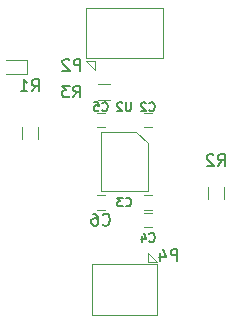
<source format=gbr>
G04 #@! TF.GenerationSoftware,KiCad,Pcbnew,(5.1.9)-1*
G04 #@! TF.CreationDate,2021-05-12T21:32:52+02:00*
G04 #@! TF.ProjectId,GPSMux,4750534d-7578-42e6-9b69-6361645f7063,01*
G04 #@! TF.SameCoordinates,Original*
G04 #@! TF.FileFunction,Legend,Bot*
G04 #@! TF.FilePolarity,Positive*
%FSLAX46Y46*%
G04 Gerber Fmt 4.6, Leading zero omitted, Abs format (unit mm)*
G04 Created by KiCad (PCBNEW (5.1.9)-1) date 2021-05-12 21:32:52*
%MOMM*%
%LPD*%
G01*
G04 APERTURE LIST*
%ADD10C,0.120000*%
%ADD11C,0.100000*%
%ADD12C,0.150000*%
G04 APERTURE END LIST*
D10*
X124800000Y-44400000D02*
X123000000Y-44400000D01*
X124800000Y-45600000D02*
X124800000Y-44400000D01*
X123000000Y-45600000D02*
X124800000Y-45600000D01*
X131775000Y-46470000D02*
X130775000Y-46470000D01*
X130775000Y-47830000D02*
X131775000Y-47830000D01*
X135000000Y-55500000D02*
X135000000Y-51500000D01*
X131000000Y-55500000D02*
X135000000Y-55500000D01*
X131000000Y-50500000D02*
X131000000Y-55500000D01*
X134000000Y-50500000D02*
X131000000Y-50500000D01*
X135000000Y-51500000D02*
X134000000Y-50500000D01*
X135350000Y-48900000D02*
X134650000Y-48900000D01*
X134650000Y-50100000D02*
X135350000Y-50100000D01*
X134650000Y-57100000D02*
X135350000Y-57100000D01*
X135350000Y-55900000D02*
X134650000Y-55900000D01*
X135350000Y-57400000D02*
X134650000Y-57400000D01*
X134650000Y-58600000D02*
X135350000Y-58600000D01*
X130650000Y-50100000D02*
X131350000Y-50100000D01*
X131350000Y-48900000D02*
X130650000Y-48900000D01*
X130650000Y-57100000D02*
X131350000Y-57100000D01*
X131350000Y-55900000D02*
X130650000Y-55900000D01*
X125680000Y-51130000D02*
X125680000Y-50130000D01*
X124320000Y-50130000D02*
X124320000Y-51130000D01*
D11*
X130250000Y-66000000D02*
X130250000Y-61750000D01*
X130250000Y-61750000D02*
X135750000Y-61750000D01*
X135750000Y-61750000D02*
X135750000Y-66000000D01*
X135750000Y-66000000D02*
X130250000Y-66000000D01*
X135000000Y-61500000D02*
X135000000Y-60750000D01*
X135000000Y-60750000D02*
X135750000Y-61500000D01*
X135750000Y-61500000D02*
X135000000Y-61500000D01*
D10*
X140070000Y-55210000D02*
X140070000Y-56210000D01*
X141430000Y-56210000D02*
X141430000Y-55210000D01*
D11*
X130500000Y-45250000D02*
X129750000Y-44500000D01*
X130500000Y-44500000D02*
X129750000Y-44500000D01*
X130500000Y-44500000D02*
X130500000Y-45250000D01*
X129750000Y-40000000D02*
X129750000Y-44250000D01*
X136250000Y-40000000D02*
X129750000Y-40000000D01*
X136250000Y-44250000D02*
X136250000Y-40000000D01*
X129750000Y-44250000D02*
X136250000Y-44250000D01*
D12*
X128691666Y-47602380D02*
X129025000Y-47126190D01*
X129263095Y-47602380D02*
X129263095Y-46602380D01*
X128882142Y-46602380D01*
X128786904Y-46650000D01*
X128739285Y-46697619D01*
X128691666Y-46792857D01*
X128691666Y-46935714D01*
X128739285Y-47030952D01*
X128786904Y-47078571D01*
X128882142Y-47126190D01*
X129263095Y-47126190D01*
X128358333Y-46602380D02*
X127739285Y-46602380D01*
X128072619Y-46983333D01*
X127929761Y-46983333D01*
X127834523Y-47030952D01*
X127786904Y-47078571D01*
X127739285Y-47173809D01*
X127739285Y-47411904D01*
X127786904Y-47507142D01*
X127834523Y-47554761D01*
X127929761Y-47602380D01*
X128215476Y-47602380D01*
X128310714Y-47554761D01*
X128358333Y-47507142D01*
X133553128Y-48001685D02*
X133553128Y-48608828D01*
X133517414Y-48680257D01*
X133481700Y-48715971D01*
X133410271Y-48751685D01*
X133267414Y-48751685D01*
X133195985Y-48715971D01*
X133160271Y-48680257D01*
X133124557Y-48608828D01*
X133124557Y-48001685D01*
X132803128Y-48073114D02*
X132767414Y-48037400D01*
X132695985Y-48001685D01*
X132517414Y-48001685D01*
X132445985Y-48037400D01*
X132410271Y-48073114D01*
X132374557Y-48144542D01*
X132374557Y-48215971D01*
X132410271Y-48323114D01*
X132838842Y-48751685D01*
X132374557Y-48751685D01*
X135113300Y-48692957D02*
X135149014Y-48728671D01*
X135256157Y-48764385D01*
X135327585Y-48764385D01*
X135434728Y-48728671D01*
X135506157Y-48657242D01*
X135541871Y-48585814D01*
X135577585Y-48442957D01*
X135577585Y-48335814D01*
X135541871Y-48192957D01*
X135506157Y-48121528D01*
X135434728Y-48050100D01*
X135327585Y-48014385D01*
X135256157Y-48014385D01*
X135149014Y-48050100D01*
X135113300Y-48085814D01*
X134827585Y-48085814D02*
X134791871Y-48050100D01*
X134720442Y-48014385D01*
X134541871Y-48014385D01*
X134470442Y-48050100D01*
X134434728Y-48085814D01*
X134399014Y-48157242D01*
X134399014Y-48228671D01*
X134434728Y-48335814D01*
X134863300Y-48764385D01*
X134399014Y-48764385D01*
X133125000Y-56767857D02*
X133160714Y-56803571D01*
X133267857Y-56839285D01*
X133339285Y-56839285D01*
X133446428Y-56803571D01*
X133517857Y-56732142D01*
X133553571Y-56660714D01*
X133589285Y-56517857D01*
X133589285Y-56410714D01*
X133553571Y-56267857D01*
X133517857Y-56196428D01*
X133446428Y-56125000D01*
X133339285Y-56089285D01*
X133267857Y-56089285D01*
X133160714Y-56125000D01*
X133125000Y-56160714D01*
X132875000Y-56089285D02*
X132410714Y-56089285D01*
X132660714Y-56375000D01*
X132553571Y-56375000D01*
X132482142Y-56410714D01*
X132446428Y-56446428D01*
X132410714Y-56517857D01*
X132410714Y-56696428D01*
X132446428Y-56767857D01*
X132482142Y-56803571D01*
X132553571Y-56839285D01*
X132767857Y-56839285D01*
X132839285Y-56803571D01*
X132875000Y-56767857D01*
X135125000Y-59767857D02*
X135160714Y-59803571D01*
X135267857Y-59839285D01*
X135339285Y-59839285D01*
X135446428Y-59803571D01*
X135517857Y-59732142D01*
X135553571Y-59660714D01*
X135589285Y-59517857D01*
X135589285Y-59410714D01*
X135553571Y-59267857D01*
X135517857Y-59196428D01*
X135446428Y-59125000D01*
X135339285Y-59089285D01*
X135267857Y-59089285D01*
X135160714Y-59125000D01*
X135125000Y-59160714D01*
X134482142Y-59339285D02*
X134482142Y-59839285D01*
X134660714Y-59053571D02*
X134839285Y-59589285D01*
X134375000Y-59589285D01*
X131125000Y-48680257D02*
X131160714Y-48715971D01*
X131267857Y-48751685D01*
X131339285Y-48751685D01*
X131446428Y-48715971D01*
X131517857Y-48644542D01*
X131553571Y-48573114D01*
X131589285Y-48430257D01*
X131589285Y-48323114D01*
X131553571Y-48180257D01*
X131517857Y-48108828D01*
X131446428Y-48037400D01*
X131339285Y-48001685D01*
X131267857Y-48001685D01*
X131160714Y-48037400D01*
X131125000Y-48073114D01*
X130446428Y-48001685D02*
X130803571Y-48001685D01*
X130839285Y-48358828D01*
X130803571Y-48323114D01*
X130732142Y-48287400D01*
X130553571Y-48287400D01*
X130482142Y-48323114D01*
X130446428Y-48358828D01*
X130410714Y-48430257D01*
X130410714Y-48608828D01*
X130446428Y-48680257D01*
X130482142Y-48715971D01*
X130553571Y-48751685D01*
X130732142Y-48751685D01*
X130803571Y-48715971D01*
X130839285Y-48680257D01*
X131166666Y-58357142D02*
X131214285Y-58404761D01*
X131357142Y-58452380D01*
X131452380Y-58452380D01*
X131595238Y-58404761D01*
X131690476Y-58309523D01*
X131738095Y-58214285D01*
X131785714Y-58023809D01*
X131785714Y-57880952D01*
X131738095Y-57690476D01*
X131690476Y-57595238D01*
X131595238Y-57500000D01*
X131452380Y-57452380D01*
X131357142Y-57452380D01*
X131214285Y-57500000D01*
X131166666Y-57547619D01*
X130309523Y-57452380D02*
X130500000Y-57452380D01*
X130595238Y-57500000D01*
X130642857Y-57547619D01*
X130738095Y-57690476D01*
X130785714Y-57880952D01*
X130785714Y-58261904D01*
X130738095Y-58357142D01*
X130690476Y-58404761D01*
X130595238Y-58452380D01*
X130404761Y-58452380D01*
X130309523Y-58404761D01*
X130261904Y-58357142D01*
X130214285Y-58261904D01*
X130214285Y-58023809D01*
X130261904Y-57928571D01*
X130309523Y-57880952D01*
X130404761Y-57833333D01*
X130595238Y-57833333D01*
X130690476Y-57880952D01*
X130738095Y-57928571D01*
X130785714Y-58023809D01*
X125166666Y-47082380D02*
X125500000Y-46606190D01*
X125738095Y-47082380D02*
X125738095Y-46082380D01*
X125357142Y-46082380D01*
X125261904Y-46130000D01*
X125214285Y-46177619D01*
X125166666Y-46272857D01*
X125166666Y-46415714D01*
X125214285Y-46510952D01*
X125261904Y-46558571D01*
X125357142Y-46606190D01*
X125738095Y-46606190D01*
X124214285Y-47082380D02*
X124785714Y-47082380D01*
X124500000Y-47082380D02*
X124500000Y-46082380D01*
X124595238Y-46225238D01*
X124690476Y-46320476D01*
X124785714Y-46368095D01*
X137488095Y-61452380D02*
X137488095Y-60452380D01*
X137107142Y-60452380D01*
X137011904Y-60500000D01*
X136964285Y-60547619D01*
X136916666Y-60642857D01*
X136916666Y-60785714D01*
X136964285Y-60880952D01*
X137011904Y-60928571D01*
X137107142Y-60976190D01*
X137488095Y-60976190D01*
X136059523Y-60785714D02*
X136059523Y-61452380D01*
X136297619Y-60404761D02*
X136535714Y-61119047D01*
X135916666Y-61119047D01*
X140916666Y-53412380D02*
X141250000Y-52936190D01*
X141488095Y-53412380D02*
X141488095Y-52412380D01*
X141107142Y-52412380D01*
X141011904Y-52460000D01*
X140964285Y-52507619D01*
X140916666Y-52602857D01*
X140916666Y-52745714D01*
X140964285Y-52840952D01*
X141011904Y-52888571D01*
X141107142Y-52936190D01*
X141488095Y-52936190D01*
X140535714Y-52507619D02*
X140488095Y-52460000D01*
X140392857Y-52412380D01*
X140154761Y-52412380D01*
X140059523Y-52460000D01*
X140011904Y-52507619D01*
X139964285Y-52602857D01*
X139964285Y-52698095D01*
X140011904Y-52840952D01*
X140583333Y-53412380D01*
X139964285Y-53412380D01*
X129288095Y-45352380D02*
X129288095Y-44352380D01*
X128907142Y-44352380D01*
X128811904Y-44400000D01*
X128764285Y-44447619D01*
X128716666Y-44542857D01*
X128716666Y-44685714D01*
X128764285Y-44780952D01*
X128811904Y-44828571D01*
X128907142Y-44876190D01*
X129288095Y-44876190D01*
X128335714Y-44447619D02*
X128288095Y-44400000D01*
X128192857Y-44352380D01*
X127954761Y-44352380D01*
X127859523Y-44400000D01*
X127811904Y-44447619D01*
X127764285Y-44542857D01*
X127764285Y-44638095D01*
X127811904Y-44780952D01*
X128383333Y-45352380D01*
X127764285Y-45352380D01*
M02*

</source>
